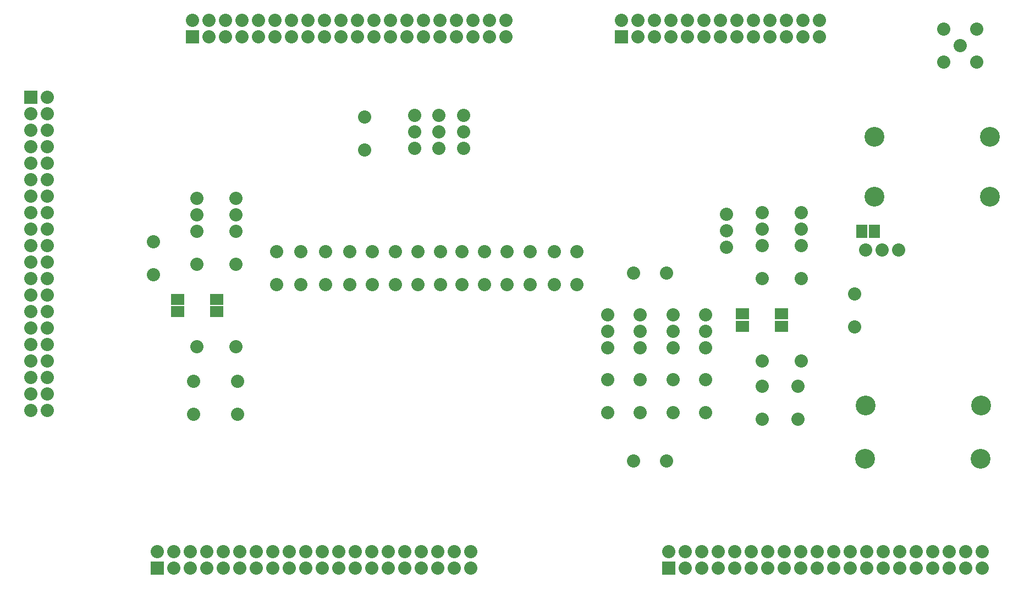
<source format=gts>
G04 (created by PCBNEW (2013-03-19 BZR 4004)-stable) date 17.12.2013 14:30:56*
%MOIN*%
G04 Gerber Fmt 3.4, Leading zero omitted, Abs format*
%FSLAX34Y34*%
G01*
G70*
G90*
G04 APERTURE LIST*
%ADD10C,2.3622e-006*%
%ADD11C,0.08*%
%ADD12R,0.08X0.08*%
%ADD13R,0.0712X0.079*%
%ADD14R,0.079X0.0712*%
%ADD15C,0.12*%
G04 APERTURE END LIST*
G54D10*
G54D11*
X83874Y-26279D03*
X81874Y-26279D03*
X82874Y-26279D03*
X54527Y-20094D03*
X54527Y-19094D03*
X54527Y-18094D03*
X73425Y-26098D03*
X73425Y-25098D03*
X73425Y-24098D03*
G54D12*
X41051Y-13334D03*
G54D11*
X41051Y-12334D03*
X46051Y-13334D03*
X42051Y-12334D03*
X47051Y-13334D03*
X43051Y-12334D03*
X48051Y-13334D03*
X44051Y-12334D03*
X49051Y-13334D03*
X45051Y-12334D03*
X50051Y-13334D03*
X46051Y-12334D03*
X51051Y-13334D03*
X47051Y-12334D03*
X52051Y-13334D03*
X48051Y-12334D03*
X53051Y-13334D03*
X49051Y-12334D03*
X54051Y-13334D03*
X50051Y-12334D03*
X55051Y-13334D03*
X51051Y-12334D03*
X56051Y-13334D03*
X52051Y-12334D03*
X53051Y-12334D03*
X57051Y-13334D03*
X54051Y-12334D03*
X56051Y-12334D03*
X57051Y-12334D03*
X58051Y-12334D03*
X59051Y-12334D03*
X58051Y-13334D03*
X59051Y-13334D03*
X42051Y-13334D03*
X43051Y-13334D03*
X44051Y-13334D03*
X45051Y-13334D03*
X60051Y-13334D03*
X60051Y-12334D03*
X55051Y-12334D03*
G54D12*
X67051Y-13334D03*
G54D11*
X67051Y-12334D03*
X68051Y-13334D03*
X68051Y-12334D03*
X69051Y-13334D03*
X69051Y-12334D03*
X70051Y-13334D03*
X70051Y-12334D03*
X71051Y-13334D03*
X71051Y-12334D03*
X72051Y-13334D03*
X72051Y-12334D03*
X73051Y-13334D03*
X73051Y-12334D03*
X74051Y-13334D03*
X74051Y-12334D03*
X75051Y-13334D03*
X75051Y-12334D03*
X76051Y-13334D03*
X76051Y-12334D03*
X77051Y-13334D03*
X77051Y-12334D03*
X78051Y-13334D03*
X78051Y-12334D03*
X79051Y-13334D03*
X79051Y-12334D03*
X87598Y-13877D03*
X88598Y-12877D03*
X86598Y-12877D03*
X86598Y-14877D03*
X88598Y-14877D03*
G54D13*
X81632Y-25118D03*
X82382Y-25118D03*
G54D11*
X68208Y-30200D03*
X68208Y-31200D03*
X68208Y-32200D03*
X66240Y-30200D03*
X66240Y-31200D03*
X66240Y-32200D03*
X70177Y-30200D03*
X70177Y-31200D03*
X70177Y-32200D03*
X72145Y-30200D03*
X72145Y-31200D03*
X72145Y-32200D03*
X70177Y-36137D03*
X70177Y-34137D03*
X81200Y-28921D03*
X81200Y-30921D03*
X72145Y-36137D03*
X72145Y-34137D03*
X66240Y-36137D03*
X66240Y-34137D03*
X68208Y-36137D03*
X68208Y-34137D03*
X75590Y-24000D03*
X75590Y-25000D03*
X75590Y-26000D03*
X56003Y-20094D03*
X56003Y-19094D03*
X56003Y-18094D03*
X77952Y-24000D03*
X77952Y-25000D03*
X77952Y-26000D03*
X41338Y-23114D03*
X41338Y-24114D03*
X41338Y-25114D03*
X43700Y-23114D03*
X43700Y-24114D03*
X43700Y-25114D03*
X57480Y-20094D03*
X57480Y-19094D03*
X57480Y-18094D03*
X75590Y-28011D03*
X75590Y-33011D03*
X77952Y-28011D03*
X77952Y-33011D03*
X41338Y-27125D03*
X41338Y-32125D03*
X43700Y-27125D03*
X43700Y-32125D03*
G54D12*
X69929Y-45578D03*
G54D11*
X69929Y-44578D03*
X74929Y-45578D03*
X70929Y-44578D03*
X75929Y-45578D03*
X71929Y-44578D03*
X76929Y-45578D03*
X72929Y-44578D03*
X77929Y-45578D03*
X73929Y-44578D03*
X78929Y-45578D03*
X74929Y-44578D03*
X79929Y-45578D03*
X75929Y-44578D03*
X80929Y-45578D03*
X76929Y-44578D03*
X81929Y-45578D03*
X77929Y-44578D03*
X82929Y-45578D03*
X78929Y-44578D03*
X83929Y-45578D03*
X79929Y-44578D03*
X84929Y-45578D03*
X80929Y-44578D03*
X81929Y-44578D03*
X85929Y-45578D03*
X82929Y-44578D03*
X84929Y-44578D03*
X85929Y-44578D03*
X86929Y-44578D03*
X87929Y-44578D03*
X86929Y-45578D03*
X87929Y-45578D03*
X70929Y-45578D03*
X71929Y-45578D03*
X72929Y-45578D03*
X73929Y-45578D03*
X88929Y-45578D03*
X88929Y-44578D03*
X83929Y-44578D03*
G54D12*
X31271Y-16996D03*
G54D11*
X32271Y-16996D03*
X31271Y-21996D03*
X32271Y-17996D03*
X31271Y-22996D03*
X32271Y-18996D03*
X31271Y-23996D03*
X32271Y-19996D03*
X31271Y-24996D03*
X32271Y-20996D03*
X31271Y-25996D03*
X32271Y-21996D03*
X31271Y-26996D03*
X32271Y-22996D03*
X31271Y-27996D03*
X32271Y-23996D03*
X31271Y-28996D03*
X32271Y-24996D03*
X31271Y-29996D03*
X32271Y-25996D03*
X31271Y-30996D03*
X32271Y-26996D03*
X31271Y-31996D03*
X32271Y-27996D03*
X32271Y-28996D03*
X31271Y-32996D03*
X32271Y-29996D03*
X32271Y-31996D03*
X32271Y-32996D03*
X32271Y-33996D03*
X32271Y-34996D03*
X31271Y-33996D03*
X31271Y-34996D03*
X31271Y-17996D03*
X31271Y-18996D03*
X31271Y-19996D03*
X31271Y-20996D03*
X31271Y-35996D03*
X32271Y-35996D03*
X32271Y-30996D03*
G54D12*
X38925Y-45578D03*
G54D11*
X38925Y-44578D03*
X43925Y-45578D03*
X39925Y-44578D03*
X44925Y-45578D03*
X40925Y-44578D03*
X45925Y-45578D03*
X41925Y-44578D03*
X46925Y-45578D03*
X42925Y-44578D03*
X47925Y-45578D03*
X43925Y-44578D03*
X48925Y-45578D03*
X44925Y-44578D03*
X49925Y-45578D03*
X45925Y-44578D03*
X50925Y-45578D03*
X46925Y-44578D03*
X51925Y-45578D03*
X47925Y-44578D03*
X52925Y-45578D03*
X48925Y-44578D03*
X53925Y-45578D03*
X49925Y-44578D03*
X50925Y-44578D03*
X54925Y-45578D03*
X51925Y-44578D03*
X53925Y-44578D03*
X54925Y-44578D03*
X55925Y-44578D03*
X56925Y-44578D03*
X55925Y-45578D03*
X56925Y-45578D03*
X39925Y-45578D03*
X40925Y-45578D03*
X41925Y-45578D03*
X42925Y-45578D03*
X57925Y-45578D03*
X57925Y-44578D03*
X52925Y-44578D03*
G54D14*
X40157Y-29250D03*
X40157Y-30000D03*
X76771Y-30136D03*
X76771Y-30886D03*
X74409Y-30136D03*
X74409Y-30886D03*
X42519Y-29250D03*
X42519Y-30000D03*
G54D15*
X82381Y-19389D03*
X89381Y-19389D03*
G54D11*
X50590Y-28362D03*
X50590Y-26362D03*
X47637Y-26362D03*
X47637Y-28362D03*
X53346Y-26362D03*
X53346Y-28362D03*
X58759Y-26362D03*
X58759Y-28362D03*
X57381Y-28362D03*
X57381Y-26362D03*
X56102Y-26362D03*
X56102Y-28362D03*
X54724Y-28362D03*
X54724Y-26362D03*
X46161Y-26362D03*
X46161Y-28362D03*
X61515Y-26362D03*
X61515Y-28362D03*
X64370Y-28362D03*
X64370Y-26362D03*
X62992Y-28362D03*
X62992Y-26362D03*
X60137Y-26362D03*
X60137Y-28362D03*
X51968Y-28362D03*
X51968Y-26362D03*
X49114Y-28362D03*
X49114Y-26362D03*
X69799Y-27657D03*
X67799Y-27657D03*
X38681Y-27771D03*
X38681Y-25771D03*
X51476Y-20192D03*
X51476Y-18192D03*
X67799Y-39074D03*
X69799Y-39074D03*
X75590Y-36531D03*
X75590Y-34531D03*
X77755Y-36531D03*
X77755Y-34531D03*
X41141Y-36236D03*
X41141Y-34236D03*
X43799Y-36236D03*
X43799Y-34236D03*
G54D15*
X81850Y-35708D03*
X88850Y-35708D03*
X81811Y-38937D03*
X88811Y-38937D03*
X82401Y-23031D03*
X89401Y-23031D03*
M02*

</source>
